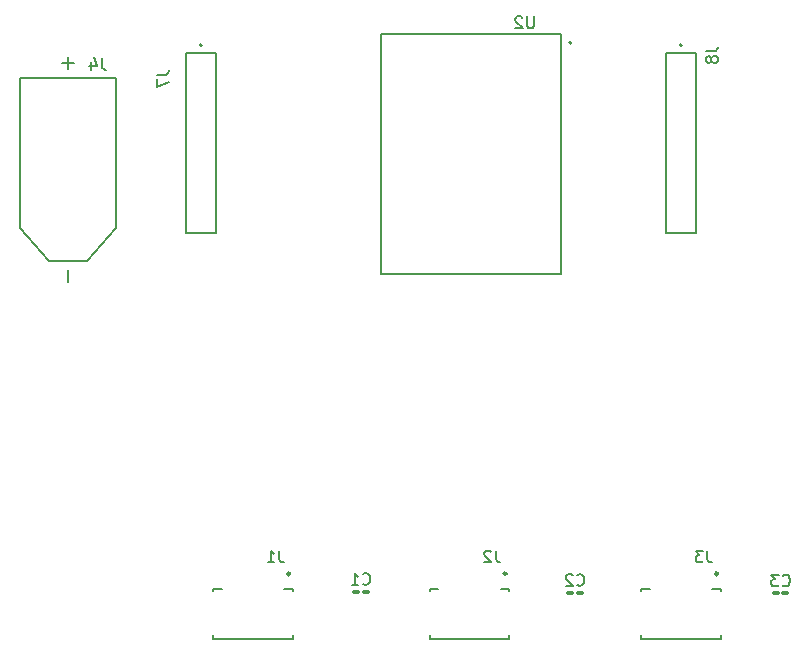
<source format=gbo>
G04 #@! TF.GenerationSoftware,KiCad,Pcbnew,7.0.6*
G04 #@! TF.CreationDate,2023-08-10T19:19:24-04:00*
G04 #@! TF.ProjectId,jerry,6a657272-792e-46b6-9963-61645f706362,rev?*
G04 #@! TF.SameCoordinates,Original*
G04 #@! TF.FileFunction,Legend,Bot*
G04 #@! TF.FilePolarity,Positive*
%FSLAX46Y46*%
G04 Gerber Fmt 4.6, Leading zero omitted, Abs format (unit mm)*
G04 Created by KiCad (PCBNEW 7.0.6) date 2023-08-10 19:19:24*
%MOMM*%
%LPD*%
G01*
G04 APERTURE LIST*
G04 Aperture macros list*
%AMRoundRect*
0 Rectangle with rounded corners*
0 $1 Rounding radius*
0 $2 $3 $4 $5 $6 $7 $8 $9 X,Y pos of 4 corners*
0 Add a 4 corners polygon primitive as box body*
4,1,4,$2,$3,$4,$5,$6,$7,$8,$9,$2,$3,0*
0 Add four circle primitives for the rounded corners*
1,1,$1+$1,$2,$3*
1,1,$1+$1,$4,$5*
1,1,$1+$1,$6,$7*
1,1,$1+$1,$8,$9*
0 Add four rect primitives between the rounded corners*
20,1,$1+$1,$2,$3,$4,$5,0*
20,1,$1+$1,$4,$5,$6,$7,0*
20,1,$1+$1,$6,$7,$8,$9,0*
20,1,$1+$1,$8,$9,$2,$3,0*%
G04 Aperture macros list end*
%ADD10C,0.150000*%
%ADD11C,0.127000*%
%ADD12C,0.200000*%
%ADD13C,0.240000*%
%ADD14R,1.860000X1.860000*%
%ADD15C,1.860000*%
%ADD16R,1.524000X1.524000*%
%ADD17C,1.524000*%
%ADD18C,6.200000*%
%ADD19R,2.775000X2.775000*%
%ADD20C,2.775000*%
%ADD21C,6.000000*%
%ADD22R,6.000000X6.000000*%
%ADD23R,1.370000X1.370000*%
%ADD24C,1.370000*%
%ADD25R,1.530000X1.530000*%
%ADD26C,1.530000*%
%ADD27R,0.800000X1.600000*%
%ADD28R,2.100000X3.000000*%
%ADD29RoundRect,0.100000X0.217500X0.100000X-0.217500X0.100000X-0.217500X-0.100000X0.217500X-0.100000X0*%
G04 APERTURE END LIST*
D10*
X39873333Y-107404819D02*
X39873333Y-108119104D01*
X39873333Y-108119104D02*
X39920952Y-108261961D01*
X39920952Y-108261961D02*
X40016190Y-108357200D01*
X40016190Y-108357200D02*
X40159047Y-108404819D01*
X40159047Y-108404819D02*
X40254285Y-108404819D01*
X38968571Y-107738152D02*
X38968571Y-108404819D01*
X39206666Y-107357200D02*
X39444761Y-108071485D01*
X39444761Y-108071485D02*
X38825714Y-108071485D01*
X91044338Y-106822562D02*
X91758623Y-106822562D01*
X91758623Y-106822562D02*
X91901480Y-106774943D01*
X91901480Y-106774943D02*
X91996719Y-106679705D01*
X91996719Y-106679705D02*
X92044338Y-106536848D01*
X92044338Y-106536848D02*
X92044338Y-106441610D01*
X91472909Y-107441610D02*
X91425290Y-107346372D01*
X91425290Y-107346372D02*
X91377671Y-107298753D01*
X91377671Y-107298753D02*
X91282433Y-107251134D01*
X91282433Y-107251134D02*
X91234814Y-107251134D01*
X91234814Y-107251134D02*
X91139576Y-107298753D01*
X91139576Y-107298753D02*
X91091957Y-107346372D01*
X91091957Y-107346372D02*
X91044338Y-107441610D01*
X91044338Y-107441610D02*
X91044338Y-107632086D01*
X91044338Y-107632086D02*
X91091957Y-107727324D01*
X91091957Y-107727324D02*
X91139576Y-107774943D01*
X91139576Y-107774943D02*
X91234814Y-107822562D01*
X91234814Y-107822562D02*
X91282433Y-107822562D01*
X91282433Y-107822562D02*
X91377671Y-107774943D01*
X91377671Y-107774943D02*
X91425290Y-107727324D01*
X91425290Y-107727324D02*
X91472909Y-107632086D01*
X91472909Y-107632086D02*
X91472909Y-107441610D01*
X91472909Y-107441610D02*
X91520528Y-107346372D01*
X91520528Y-107346372D02*
X91568147Y-107298753D01*
X91568147Y-107298753D02*
X91663385Y-107251134D01*
X91663385Y-107251134D02*
X91853861Y-107251134D01*
X91853861Y-107251134D02*
X91949099Y-107298753D01*
X91949099Y-107298753D02*
X91996719Y-107346372D01*
X91996719Y-107346372D02*
X92044338Y-107441610D01*
X92044338Y-107441610D02*
X92044338Y-107632086D01*
X92044338Y-107632086D02*
X91996719Y-107727324D01*
X91996719Y-107727324D02*
X91949099Y-107774943D01*
X91949099Y-107774943D02*
X91853861Y-107822562D01*
X91853861Y-107822562D02*
X91663385Y-107822562D01*
X91663385Y-107822562D02*
X91568147Y-107774943D01*
X91568147Y-107774943D02*
X91520528Y-107727324D01*
X91520528Y-107727324D02*
X91472909Y-107632086D01*
X76456904Y-103889819D02*
X76456904Y-104699342D01*
X76456904Y-104699342D02*
X76409285Y-104794580D01*
X76409285Y-104794580D02*
X76361666Y-104842200D01*
X76361666Y-104842200D02*
X76266428Y-104889819D01*
X76266428Y-104889819D02*
X76075952Y-104889819D01*
X76075952Y-104889819D02*
X75980714Y-104842200D01*
X75980714Y-104842200D02*
X75933095Y-104794580D01*
X75933095Y-104794580D02*
X75885476Y-104699342D01*
X75885476Y-104699342D02*
X75885476Y-103889819D01*
X75456904Y-103985057D02*
X75409285Y-103937438D01*
X75409285Y-103937438D02*
X75314047Y-103889819D01*
X75314047Y-103889819D02*
X75075952Y-103889819D01*
X75075952Y-103889819D02*
X74980714Y-103937438D01*
X74980714Y-103937438D02*
X74933095Y-103985057D01*
X74933095Y-103985057D02*
X74885476Y-104080295D01*
X74885476Y-104080295D02*
X74885476Y-104175533D01*
X74885476Y-104175533D02*
X74933095Y-104318390D01*
X74933095Y-104318390D02*
X75504523Y-104889819D01*
X75504523Y-104889819D02*
X74885476Y-104889819D01*
X91142323Y-149115454D02*
X91142323Y-149831016D01*
X91142323Y-149831016D02*
X91190027Y-149974128D01*
X91190027Y-149974128D02*
X91285435Y-150069537D01*
X91285435Y-150069537D02*
X91428548Y-150117241D01*
X91428548Y-150117241D02*
X91523956Y-150117241D01*
X90760690Y-149115454D02*
X90140536Y-149115454D01*
X90140536Y-149115454D02*
X90474465Y-149497087D01*
X90474465Y-149497087D02*
X90331353Y-149497087D01*
X90331353Y-149497087D02*
X90235945Y-149544791D01*
X90235945Y-149544791D02*
X90188240Y-149592495D01*
X90188240Y-149592495D02*
X90140536Y-149687903D01*
X90140536Y-149687903D02*
X90140536Y-149926424D01*
X90140536Y-149926424D02*
X90188240Y-150021832D01*
X90188240Y-150021832D02*
X90235945Y-150069537D01*
X90235945Y-150069537D02*
X90331353Y-150117241D01*
X90331353Y-150117241D02*
X90617578Y-150117241D01*
X90617578Y-150117241D02*
X90712986Y-150069537D01*
X90712986Y-150069537D02*
X90760690Y-150021832D01*
X80107118Y-152010766D02*
X80154737Y-152058386D01*
X80154737Y-152058386D02*
X80297594Y-152106005D01*
X80297594Y-152106005D02*
X80392832Y-152106005D01*
X80392832Y-152106005D02*
X80535689Y-152058386D01*
X80535689Y-152058386D02*
X80630927Y-151963147D01*
X80630927Y-151963147D02*
X80678546Y-151867909D01*
X80678546Y-151867909D02*
X80726165Y-151677433D01*
X80726165Y-151677433D02*
X80726165Y-151534576D01*
X80726165Y-151534576D02*
X80678546Y-151344100D01*
X80678546Y-151344100D02*
X80630927Y-151248862D01*
X80630927Y-151248862D02*
X80535689Y-151153624D01*
X80535689Y-151153624D02*
X80392832Y-151106005D01*
X80392832Y-151106005D02*
X80297594Y-151106005D01*
X80297594Y-151106005D02*
X80154737Y-151153624D01*
X80154737Y-151153624D02*
X80107118Y-151201243D01*
X79726165Y-151201243D02*
X79678546Y-151153624D01*
X79678546Y-151153624D02*
X79583308Y-151106005D01*
X79583308Y-151106005D02*
X79345213Y-151106005D01*
X79345213Y-151106005D02*
X79249975Y-151153624D01*
X79249975Y-151153624D02*
X79202356Y-151201243D01*
X79202356Y-151201243D02*
X79154737Y-151296481D01*
X79154737Y-151296481D02*
X79154737Y-151391719D01*
X79154737Y-151391719D02*
X79202356Y-151534576D01*
X79202356Y-151534576D02*
X79773784Y-152106005D01*
X79773784Y-152106005D02*
X79154737Y-152106005D01*
X97506946Y-152047623D02*
X97554565Y-152095243D01*
X97554565Y-152095243D02*
X97697422Y-152142862D01*
X97697422Y-152142862D02*
X97792660Y-152142862D01*
X97792660Y-152142862D02*
X97935517Y-152095243D01*
X97935517Y-152095243D02*
X98030755Y-152000004D01*
X98030755Y-152000004D02*
X98078374Y-151904766D01*
X98078374Y-151904766D02*
X98125993Y-151714290D01*
X98125993Y-151714290D02*
X98125993Y-151571433D01*
X98125993Y-151571433D02*
X98078374Y-151380957D01*
X98078374Y-151380957D02*
X98030755Y-151285719D01*
X98030755Y-151285719D02*
X97935517Y-151190481D01*
X97935517Y-151190481D02*
X97792660Y-151142862D01*
X97792660Y-151142862D02*
X97697422Y-151142862D01*
X97697422Y-151142862D02*
X97554565Y-151190481D01*
X97554565Y-151190481D02*
X97506946Y-151238100D01*
X97173612Y-151142862D02*
X96554565Y-151142862D01*
X96554565Y-151142862D02*
X96887898Y-151523814D01*
X96887898Y-151523814D02*
X96745041Y-151523814D01*
X96745041Y-151523814D02*
X96649803Y-151571433D01*
X96649803Y-151571433D02*
X96602184Y-151619052D01*
X96602184Y-151619052D02*
X96554565Y-151714290D01*
X96554565Y-151714290D02*
X96554565Y-151952385D01*
X96554565Y-151952385D02*
X96602184Y-152047623D01*
X96602184Y-152047623D02*
X96649803Y-152095243D01*
X96649803Y-152095243D02*
X96745041Y-152142862D01*
X96745041Y-152142862D02*
X97030755Y-152142862D01*
X97030755Y-152142862D02*
X97125993Y-152095243D01*
X97125993Y-152095243D02*
X97173612Y-152047623D01*
X54917323Y-149115454D02*
X54917323Y-149831016D01*
X54917323Y-149831016D02*
X54965027Y-149974128D01*
X54965027Y-149974128D02*
X55060435Y-150069537D01*
X55060435Y-150069537D02*
X55203548Y-150117241D01*
X55203548Y-150117241D02*
X55298956Y-150117241D01*
X53915536Y-150117241D02*
X54487986Y-150117241D01*
X54201761Y-150117241D02*
X54201761Y-149115454D01*
X54201761Y-149115454D02*
X54297169Y-149258566D01*
X54297169Y-149258566D02*
X54392578Y-149353974D01*
X54392578Y-149353974D02*
X54487986Y-149401679D01*
X73242323Y-149115454D02*
X73242323Y-149831016D01*
X73242323Y-149831016D02*
X73290027Y-149974128D01*
X73290027Y-149974128D02*
X73385435Y-150069537D01*
X73385435Y-150069537D02*
X73528548Y-150117241D01*
X73528548Y-150117241D02*
X73623956Y-150117241D01*
X72812986Y-149210862D02*
X72765282Y-149163158D01*
X72765282Y-149163158D02*
X72669874Y-149115454D01*
X72669874Y-149115454D02*
X72431353Y-149115454D01*
X72431353Y-149115454D02*
X72335945Y-149163158D01*
X72335945Y-149163158D02*
X72288240Y-149210862D01*
X72288240Y-149210862D02*
X72240536Y-149306270D01*
X72240536Y-149306270D02*
X72240536Y-149401679D01*
X72240536Y-149401679D02*
X72288240Y-149544791D01*
X72288240Y-149544791D02*
X72860690Y-150117241D01*
X72860690Y-150117241D02*
X72240536Y-150117241D01*
X44559819Y-108809166D02*
X45274104Y-108809166D01*
X45274104Y-108809166D02*
X45416961Y-108761547D01*
X45416961Y-108761547D02*
X45512200Y-108666309D01*
X45512200Y-108666309D02*
X45559819Y-108523452D01*
X45559819Y-108523452D02*
X45559819Y-108428214D01*
X44559819Y-109190119D02*
X44559819Y-109856785D01*
X44559819Y-109856785D02*
X45559819Y-109428214D01*
X61975216Y-151932249D02*
X62022835Y-151979869D01*
X62022835Y-151979869D02*
X62165692Y-152027488D01*
X62165692Y-152027488D02*
X62260930Y-152027488D01*
X62260930Y-152027488D02*
X62403787Y-151979869D01*
X62403787Y-151979869D02*
X62499025Y-151884630D01*
X62499025Y-151884630D02*
X62546644Y-151789392D01*
X62546644Y-151789392D02*
X62594263Y-151598916D01*
X62594263Y-151598916D02*
X62594263Y-151456059D01*
X62594263Y-151456059D02*
X62546644Y-151265583D01*
X62546644Y-151265583D02*
X62499025Y-151170345D01*
X62499025Y-151170345D02*
X62403787Y-151075107D01*
X62403787Y-151075107D02*
X62260930Y-151027488D01*
X62260930Y-151027488D02*
X62165692Y-151027488D01*
X62165692Y-151027488D02*
X62022835Y-151075107D01*
X62022835Y-151075107D02*
X61975216Y-151122726D01*
X61022835Y-152027488D02*
X61594263Y-152027488D01*
X61308549Y-152027488D02*
X61308549Y-151027488D01*
X61308549Y-151027488D02*
X61403787Y-151170345D01*
X61403787Y-151170345D02*
X61499025Y-151265583D01*
X61499025Y-151265583D02*
X61594263Y-151313202D01*
D11*
X37000000Y-107340000D02*
X37000000Y-108340000D01*
X36500000Y-107840000D02*
X37500000Y-107840000D01*
X41050000Y-109090000D02*
X32950000Y-109090000D01*
X32950000Y-109090000D02*
X32950000Y-121790000D01*
X41050000Y-121790000D02*
X41050000Y-109090000D01*
X32950000Y-121790000D02*
X35400000Y-124590000D01*
X38600000Y-124590000D02*
X41050000Y-121790000D01*
X35400000Y-124590000D02*
X38600000Y-124590000D01*
X37000000Y-125340000D02*
X37000000Y-126340000D01*
D12*
X90170000Y-106967500D02*
X87630000Y-106967500D01*
X90170000Y-122207500D02*
X90170000Y-106967500D01*
X87630000Y-122207500D02*
X87630000Y-106967500D01*
X87630000Y-122207500D02*
X90170000Y-122207500D01*
X89000000Y-106317500D02*
G75*
G03*
X89000000Y-106317500I-100000J0D01*
G01*
D11*
X78740000Y-125730000D02*
X78740000Y-105410000D01*
X78740000Y-105410000D02*
X63500000Y-105410000D01*
X63500000Y-125730000D02*
X78740000Y-125730000D01*
X63500000Y-105410000D02*
X63500000Y-125730000D01*
D12*
X79620000Y-106120000D02*
G75*
G03*
X79620000Y-106120000I-100000J0D01*
G01*
D11*
X92275000Y-156570000D02*
X92275000Y-156295000D01*
X92275000Y-156570000D02*
X85525000Y-156570000D01*
X92275000Y-152370000D02*
X92275000Y-152570000D01*
X91550000Y-152370000D02*
X92275000Y-152370000D01*
X86250000Y-152370000D02*
X85525000Y-152370000D01*
X85525000Y-156570000D02*
X85525000Y-156295000D01*
X85525000Y-152370000D02*
X85525000Y-152570000D01*
D13*
X92035000Y-151070000D02*
G75*
G03*
X92035000Y-151070000I-120000J0D01*
G01*
D11*
X56050000Y-156570000D02*
X56050000Y-156295000D01*
X56050000Y-156570000D02*
X49300000Y-156570000D01*
X56050000Y-152370000D02*
X56050000Y-152570000D01*
X55325000Y-152370000D02*
X56050000Y-152370000D01*
X50025000Y-152370000D02*
X49300000Y-152370000D01*
X49300000Y-156570000D02*
X49300000Y-156295000D01*
X49300000Y-152370000D02*
X49300000Y-152570000D01*
D13*
X55810000Y-151070000D02*
G75*
G03*
X55810000Y-151070000I-120000J0D01*
G01*
D11*
X74375000Y-156570000D02*
X74375000Y-156295000D01*
X74375000Y-156570000D02*
X67625000Y-156570000D01*
X74375000Y-152370000D02*
X74375000Y-152570000D01*
X73650000Y-152370000D02*
X74375000Y-152370000D01*
X68350000Y-152370000D02*
X67625000Y-152370000D01*
X67625000Y-156570000D02*
X67625000Y-156295000D01*
X67625000Y-152370000D02*
X67625000Y-152570000D01*
D13*
X74135000Y-151070000D02*
G75*
G03*
X74135000Y-151070000I-120000J0D01*
G01*
D12*
X49530000Y-106967500D02*
X46990000Y-106967500D01*
X49530000Y-122207500D02*
X49530000Y-106967500D01*
X46990000Y-122207500D02*
X46990000Y-106967500D01*
X46990000Y-122207500D02*
X49530000Y-122207500D01*
X48360000Y-106317500D02*
G75*
G03*
X48360000Y-106317500I-100000J0D01*
G01*
%LPC*%
D14*
X107950000Y-93980000D03*
D15*
X110490000Y-93980000D03*
X113030000Y-93980000D03*
D16*
X95620000Y-81440000D03*
D17*
X98160000Y-81440000D03*
X95620000Y-83980000D03*
X98160000Y-83980000D03*
X95620000Y-86520000D03*
X98160000Y-86520000D03*
X95620000Y-89060000D03*
X98160000Y-89060000D03*
X95620000Y-91600000D03*
X98160000Y-91600000D03*
X95620000Y-94140000D03*
X98160000Y-94140000D03*
X95620000Y-96680000D03*
X98160000Y-96680000D03*
X95620000Y-99220000D03*
X98160000Y-99220000D03*
X95620000Y-101760000D03*
X98160000Y-101760000D03*
X95620000Y-104300000D03*
X98160000Y-104300000D03*
X95620000Y-106840000D03*
X98160000Y-106840000D03*
X95620000Y-109380000D03*
X98160000Y-109380000D03*
X95620000Y-111920000D03*
X98160000Y-111920000D03*
X95620000Y-114460000D03*
X98160000Y-114460000D03*
X95620000Y-117000000D03*
X98160000Y-117000000D03*
X95620000Y-119540000D03*
X98160000Y-119540000D03*
X95620000Y-122080000D03*
X98160000Y-122080000D03*
X95620000Y-124620000D03*
X98160000Y-124620000D03*
X95620000Y-127160000D03*
X98160000Y-127160000D03*
X95620000Y-129700000D03*
X98160000Y-129700000D03*
X89497000Y-135800000D03*
X92037000Y-135800000D03*
X89497000Y-133260000D03*
X92037000Y-133260000D03*
D18*
X96890000Y-76570000D03*
X96890000Y-134570000D03*
X47890000Y-134570000D03*
X47890000Y-76570000D03*
D19*
X33020000Y-81660000D03*
D20*
X33020000Y-86360000D03*
X33020000Y-91060000D03*
D14*
X107950000Y-82550000D03*
D15*
X110490000Y-82550000D03*
X113030000Y-82550000D03*
D21*
X37000000Y-120440000D03*
D22*
X37000000Y-113240000D03*
D23*
X88900000Y-108237500D03*
D24*
X88900000Y-110777500D03*
X88900000Y-113317500D03*
X88900000Y-115857500D03*
X88900000Y-118397500D03*
X88900000Y-120937500D03*
D25*
X77470000Y-106680000D03*
D26*
X77470000Y-109220000D03*
X77470000Y-111760000D03*
X77470000Y-114300000D03*
X77470000Y-116840000D03*
X77470000Y-119380000D03*
X77470000Y-121920000D03*
X77470000Y-124460000D03*
X64770000Y-124460000D03*
X64770000Y-121920000D03*
X64770000Y-119380000D03*
X64770000Y-116840000D03*
X64770000Y-114300000D03*
X64770000Y-111760000D03*
X64770000Y-109220000D03*
X64770000Y-106680000D03*
D27*
X90775000Y-151570000D03*
X89525000Y-151570000D03*
X88275000Y-151570000D03*
X87025000Y-151570000D03*
D28*
X93325000Y-154470000D03*
X84475000Y-154470000D03*
D29*
X80347952Y-152701186D03*
X79532952Y-152701186D03*
X97747780Y-152738043D03*
X96932780Y-152738043D03*
D27*
X54550000Y-151570000D03*
X53300000Y-151570000D03*
X52050000Y-151570000D03*
X50800000Y-151570000D03*
D28*
X57100000Y-154470000D03*
X48250000Y-154470000D03*
D27*
X72875000Y-151570000D03*
X71625000Y-151570000D03*
X70375000Y-151570000D03*
X69125000Y-151570000D03*
D28*
X75425000Y-154470000D03*
X66575000Y-154470000D03*
D23*
X48260000Y-108237500D03*
D24*
X48260000Y-110777500D03*
X48260000Y-113317500D03*
X48260000Y-115857500D03*
X48260000Y-118397500D03*
X48260000Y-120937500D03*
D29*
X62216050Y-152622669D03*
X61401050Y-152622669D03*
%LPD*%
M02*

</source>
